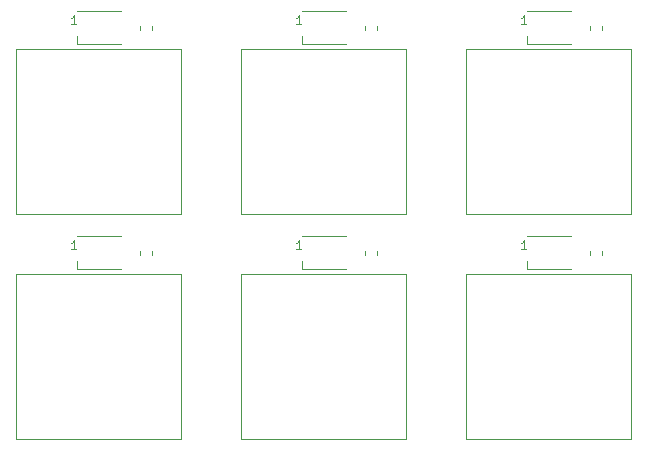
<source format=gto>
G04 #@! TF.GenerationSoftware,KiCad,Pcbnew,5.1.2-f72e74a~84~ubuntu18.04.1*
G04 #@! TF.CreationDate,2019-06-08T16:30:23+01:00*
G04 #@! TF.ProjectId,macro-kb,6d616372-6f2d-46b6-922e-6b696361645f,rev?*
G04 #@! TF.SameCoordinates,Original*
G04 #@! TF.FileFunction,Legend,Top*
G04 #@! TF.FilePolarity,Positive*
%FSLAX46Y46*%
G04 Gerber Fmt 4.6, Leading zero omitted, Abs format (unit mm)*
G04 Created by KiCad (PCBNEW 5.1.2-f72e74a~84~ubuntu18.04.1) date 2019-06-08 16:30:23*
%MOMM*%
%LPD*%
G04 APERTURE LIST*
%ADD10C,0.120000*%
%ADD11C,1.802000*%
%ADD12C,4.102000*%
%ADD13C,2.302000*%
%ADD14C,3.302000*%
%ADD15C,1.102000*%
%ADD16C,0.852000*%
%ADD17C,0.100000*%
%ADD18C,0.977000*%
%ADD19R,1.102000X0.702000*%
G04 APERTURE END LIST*
D10*
X140970000Y-83216750D02*
X140970000Y-97186750D01*
X127000000Y-83216750D02*
X140970000Y-83216750D01*
X127000000Y-97186750D02*
X127000000Y-83216750D01*
X140970000Y-97186750D02*
X127000000Y-97186750D01*
X121920000Y-97186750D02*
X107950000Y-97186750D01*
X107950000Y-97186750D02*
X107950000Y-83216750D01*
X107950000Y-83216750D02*
X121920000Y-83216750D01*
X121920000Y-83216750D02*
X121920000Y-97186750D01*
X160020000Y-97186750D02*
X146050000Y-97186750D01*
X146050000Y-97186750D02*
X146050000Y-83216750D01*
X146050000Y-83216750D02*
X160020000Y-83216750D01*
X160020000Y-83216750D02*
X160020000Y-97186750D01*
X121920000Y-102266750D02*
X121920000Y-116236750D01*
X107950000Y-102266750D02*
X121920000Y-102266750D01*
X107950000Y-116236750D02*
X107950000Y-102266750D01*
X121920000Y-116236750D02*
X107950000Y-116236750D01*
X140970000Y-116236750D02*
X127000000Y-116236750D01*
X127000000Y-116236750D02*
X127000000Y-102266750D01*
X127000000Y-102266750D02*
X140970000Y-102266750D01*
X140970000Y-102266750D02*
X140970000Y-116236750D01*
X160020000Y-102266750D02*
X160020000Y-116236750D01*
X146050000Y-102266750D02*
X160020000Y-102266750D01*
X146050000Y-116236750D02*
X146050000Y-102266750D01*
X160020000Y-116236750D02*
X146050000Y-116236750D01*
X118425500Y-81307721D02*
X118425500Y-81633279D01*
X119445500Y-81307721D02*
X119445500Y-81633279D01*
X138495500Y-81307721D02*
X138495500Y-81633279D01*
X137475500Y-81307721D02*
X137475500Y-81633279D01*
X157545500Y-81307721D02*
X157545500Y-81633279D01*
X156525500Y-81307721D02*
X156525500Y-81633279D01*
X118425500Y-100357721D02*
X118425500Y-100683279D01*
X119445500Y-100357721D02*
X119445500Y-100683279D01*
X138495500Y-100363971D02*
X138495500Y-100689529D01*
X137475500Y-100363971D02*
X137475500Y-100689529D01*
X156525500Y-100357721D02*
X156525500Y-100683279D01*
X157545500Y-100357721D02*
X157545500Y-100683279D01*
X113066750Y-82870500D02*
X113066750Y-82120500D01*
X113066750Y-82870500D02*
X116866750Y-82870500D01*
X113066750Y-80070500D02*
X116866750Y-80070500D01*
X132116750Y-82870500D02*
X132116750Y-82120500D01*
X132116750Y-82870500D02*
X135916750Y-82870500D01*
X132116750Y-80070500D02*
X135916750Y-80070500D01*
X151166750Y-80070500D02*
X154966750Y-80070500D01*
X151166750Y-82870500D02*
X154966750Y-82870500D01*
X151166750Y-82870500D02*
X151166750Y-82120500D01*
X113066750Y-99120500D02*
X116866750Y-99120500D01*
X113066750Y-101920500D02*
X116866750Y-101920500D01*
X113066750Y-101920500D02*
X113066750Y-101170500D01*
X132116750Y-101920500D02*
X132116750Y-101170500D01*
X132116750Y-101920500D02*
X135916750Y-101920500D01*
X132116750Y-99120500D02*
X135916750Y-99120500D01*
X151166750Y-99120500D02*
X154966750Y-99120500D01*
X151166750Y-101920500D02*
X154966750Y-101920500D01*
X151166750Y-101920500D02*
X151166750Y-101170500D01*
X113031035Y-81159785D02*
X112602464Y-81159785D01*
X112816750Y-81159785D02*
X112816750Y-80409785D01*
X112745321Y-80516928D01*
X112673892Y-80588357D01*
X112602464Y-80624071D01*
X132081035Y-81159785D02*
X131652464Y-81159785D01*
X131866750Y-81159785D02*
X131866750Y-80409785D01*
X131795321Y-80516928D01*
X131723892Y-80588357D01*
X131652464Y-80624071D01*
X151131035Y-81159785D02*
X150702464Y-81159785D01*
X150916750Y-81159785D02*
X150916750Y-80409785D01*
X150845321Y-80516928D01*
X150773892Y-80588357D01*
X150702464Y-80624071D01*
X113031035Y-100209785D02*
X112602464Y-100209785D01*
X112816750Y-100209785D02*
X112816750Y-99459785D01*
X112745321Y-99566928D01*
X112673892Y-99638357D01*
X112602464Y-99674071D01*
X132081035Y-100209785D02*
X131652464Y-100209785D01*
X131866750Y-100209785D02*
X131866750Y-99459785D01*
X131795321Y-99566928D01*
X131723892Y-99638357D01*
X131652464Y-99674071D01*
X151131035Y-100209785D02*
X150702464Y-100209785D01*
X150916750Y-100209785D02*
X150916750Y-99459785D01*
X150845321Y-99566928D01*
X150773892Y-99638357D01*
X150702464Y-99674071D01*
%LPC*%
D11*
X128905000Y-90201750D03*
X139065000Y-90201750D03*
D12*
X133985000Y-90201750D03*
D13*
X137795000Y-92741750D03*
X131445000Y-95281750D03*
D14*
X104648000Y-119570500D03*
X163385500Y-119570500D03*
X163385500Y-79883000D03*
X104648000Y-79883000D03*
D15*
X146345000Y-81184750D03*
X141945000Y-81184750D03*
D13*
X112395000Y-95281750D03*
X118745000Y-92741750D03*
D12*
X114935000Y-90201750D03*
D11*
X120015000Y-90201750D03*
X109855000Y-90201750D03*
D13*
X150495000Y-95281750D03*
X156845000Y-92741750D03*
D12*
X153035000Y-90201750D03*
D11*
X158115000Y-90201750D03*
X147955000Y-90201750D03*
X109855000Y-109251750D03*
X120015000Y-109251750D03*
D12*
X114935000Y-109251750D03*
D13*
X118745000Y-111791750D03*
X112395000Y-114331750D03*
X131445000Y-114331750D03*
X137795000Y-111791750D03*
D12*
X133985000Y-109251750D03*
D11*
X139065000Y-109251750D03*
X128905000Y-109251750D03*
X147955000Y-109251750D03*
X158115000Y-109251750D03*
D12*
X153035000Y-109251750D03*
D13*
X156845000Y-111791750D03*
X150495000Y-114331750D03*
D16*
X120523000Y-87608000D03*
X120523000Y-84858000D03*
D17*
G36*
X119241191Y-81770676D02*
G01*
X119264901Y-81774193D01*
X119288152Y-81780017D01*
X119310720Y-81788092D01*
X119332389Y-81798341D01*
X119352948Y-81810664D01*
X119372201Y-81824942D01*
X119389961Y-81841039D01*
X119406058Y-81858799D01*
X119420336Y-81878052D01*
X119432659Y-81898611D01*
X119442908Y-81920280D01*
X119450983Y-81942848D01*
X119456807Y-81966099D01*
X119460324Y-81989809D01*
X119461500Y-82013750D01*
X119461500Y-82502250D01*
X119460324Y-82526191D01*
X119456807Y-82549901D01*
X119450983Y-82573152D01*
X119442908Y-82595720D01*
X119432659Y-82617389D01*
X119420336Y-82637948D01*
X119406058Y-82657201D01*
X119389961Y-82674961D01*
X119372201Y-82691058D01*
X119352948Y-82705336D01*
X119332389Y-82717659D01*
X119310720Y-82727908D01*
X119288152Y-82735983D01*
X119264901Y-82741807D01*
X119241191Y-82745324D01*
X119217250Y-82746500D01*
X118653750Y-82746500D01*
X118629809Y-82745324D01*
X118606099Y-82741807D01*
X118582848Y-82735983D01*
X118560280Y-82727908D01*
X118538611Y-82717659D01*
X118518052Y-82705336D01*
X118498799Y-82691058D01*
X118481039Y-82674961D01*
X118464942Y-82657201D01*
X118450664Y-82637948D01*
X118438341Y-82617389D01*
X118428092Y-82595720D01*
X118420017Y-82573152D01*
X118414193Y-82549901D01*
X118410676Y-82526191D01*
X118409500Y-82502250D01*
X118409500Y-82013750D01*
X118410676Y-81989809D01*
X118414193Y-81966099D01*
X118420017Y-81942848D01*
X118428092Y-81920280D01*
X118438341Y-81898611D01*
X118450664Y-81878052D01*
X118464942Y-81858799D01*
X118481039Y-81841039D01*
X118498799Y-81824942D01*
X118518052Y-81810664D01*
X118538611Y-81798341D01*
X118560280Y-81788092D01*
X118582848Y-81780017D01*
X118606099Y-81774193D01*
X118629809Y-81770676D01*
X118653750Y-81769500D01*
X119217250Y-81769500D01*
X119241191Y-81770676D01*
X119241191Y-81770676D01*
G37*
D18*
X118935500Y-82258000D03*
D17*
G36*
X119241191Y-80195676D02*
G01*
X119264901Y-80199193D01*
X119288152Y-80205017D01*
X119310720Y-80213092D01*
X119332389Y-80223341D01*
X119352948Y-80235664D01*
X119372201Y-80249942D01*
X119389961Y-80266039D01*
X119406058Y-80283799D01*
X119420336Y-80303052D01*
X119432659Y-80323611D01*
X119442908Y-80345280D01*
X119450983Y-80367848D01*
X119456807Y-80391099D01*
X119460324Y-80414809D01*
X119461500Y-80438750D01*
X119461500Y-80927250D01*
X119460324Y-80951191D01*
X119456807Y-80974901D01*
X119450983Y-80998152D01*
X119442908Y-81020720D01*
X119432659Y-81042389D01*
X119420336Y-81062948D01*
X119406058Y-81082201D01*
X119389961Y-81099961D01*
X119372201Y-81116058D01*
X119352948Y-81130336D01*
X119332389Y-81142659D01*
X119310720Y-81152908D01*
X119288152Y-81160983D01*
X119264901Y-81166807D01*
X119241191Y-81170324D01*
X119217250Y-81171500D01*
X118653750Y-81171500D01*
X118629809Y-81170324D01*
X118606099Y-81166807D01*
X118582848Y-81160983D01*
X118560280Y-81152908D01*
X118538611Y-81142659D01*
X118518052Y-81130336D01*
X118498799Y-81116058D01*
X118481039Y-81099961D01*
X118464942Y-81082201D01*
X118450664Y-81062948D01*
X118438341Y-81042389D01*
X118428092Y-81020720D01*
X118420017Y-80998152D01*
X118414193Y-80974901D01*
X118410676Y-80951191D01*
X118409500Y-80927250D01*
X118409500Y-80438750D01*
X118410676Y-80414809D01*
X118414193Y-80391099D01*
X118420017Y-80367848D01*
X118428092Y-80345280D01*
X118438341Y-80323611D01*
X118450664Y-80303052D01*
X118464942Y-80283799D01*
X118481039Y-80266039D01*
X118498799Y-80249942D01*
X118518052Y-80235664D01*
X118538611Y-80223341D01*
X118560280Y-80213092D01*
X118582848Y-80205017D01*
X118606099Y-80199193D01*
X118629809Y-80195676D01*
X118653750Y-80194500D01*
X119217250Y-80194500D01*
X119241191Y-80195676D01*
X119241191Y-80195676D01*
G37*
D18*
X118935500Y-80683000D03*
D17*
G36*
X138291191Y-80195676D02*
G01*
X138314901Y-80199193D01*
X138338152Y-80205017D01*
X138360720Y-80213092D01*
X138382389Y-80223341D01*
X138402948Y-80235664D01*
X138422201Y-80249942D01*
X138439961Y-80266039D01*
X138456058Y-80283799D01*
X138470336Y-80303052D01*
X138482659Y-80323611D01*
X138492908Y-80345280D01*
X138500983Y-80367848D01*
X138506807Y-80391099D01*
X138510324Y-80414809D01*
X138511500Y-80438750D01*
X138511500Y-80927250D01*
X138510324Y-80951191D01*
X138506807Y-80974901D01*
X138500983Y-80998152D01*
X138492908Y-81020720D01*
X138482659Y-81042389D01*
X138470336Y-81062948D01*
X138456058Y-81082201D01*
X138439961Y-81099961D01*
X138422201Y-81116058D01*
X138402948Y-81130336D01*
X138382389Y-81142659D01*
X138360720Y-81152908D01*
X138338152Y-81160983D01*
X138314901Y-81166807D01*
X138291191Y-81170324D01*
X138267250Y-81171500D01*
X137703750Y-81171500D01*
X137679809Y-81170324D01*
X137656099Y-81166807D01*
X137632848Y-81160983D01*
X137610280Y-81152908D01*
X137588611Y-81142659D01*
X137568052Y-81130336D01*
X137548799Y-81116058D01*
X137531039Y-81099961D01*
X137514942Y-81082201D01*
X137500664Y-81062948D01*
X137488341Y-81042389D01*
X137478092Y-81020720D01*
X137470017Y-80998152D01*
X137464193Y-80974901D01*
X137460676Y-80951191D01*
X137459500Y-80927250D01*
X137459500Y-80438750D01*
X137460676Y-80414809D01*
X137464193Y-80391099D01*
X137470017Y-80367848D01*
X137478092Y-80345280D01*
X137488341Y-80323611D01*
X137500664Y-80303052D01*
X137514942Y-80283799D01*
X137531039Y-80266039D01*
X137548799Y-80249942D01*
X137568052Y-80235664D01*
X137588611Y-80223341D01*
X137610280Y-80213092D01*
X137632848Y-80205017D01*
X137656099Y-80199193D01*
X137679809Y-80195676D01*
X137703750Y-80194500D01*
X138267250Y-80194500D01*
X138291191Y-80195676D01*
X138291191Y-80195676D01*
G37*
D18*
X137985500Y-80683000D03*
D17*
G36*
X138291191Y-81770676D02*
G01*
X138314901Y-81774193D01*
X138338152Y-81780017D01*
X138360720Y-81788092D01*
X138382389Y-81798341D01*
X138402948Y-81810664D01*
X138422201Y-81824942D01*
X138439961Y-81841039D01*
X138456058Y-81858799D01*
X138470336Y-81878052D01*
X138482659Y-81898611D01*
X138492908Y-81920280D01*
X138500983Y-81942848D01*
X138506807Y-81966099D01*
X138510324Y-81989809D01*
X138511500Y-82013750D01*
X138511500Y-82502250D01*
X138510324Y-82526191D01*
X138506807Y-82549901D01*
X138500983Y-82573152D01*
X138492908Y-82595720D01*
X138482659Y-82617389D01*
X138470336Y-82637948D01*
X138456058Y-82657201D01*
X138439961Y-82674961D01*
X138422201Y-82691058D01*
X138402948Y-82705336D01*
X138382389Y-82717659D01*
X138360720Y-82727908D01*
X138338152Y-82735983D01*
X138314901Y-82741807D01*
X138291191Y-82745324D01*
X138267250Y-82746500D01*
X137703750Y-82746500D01*
X137679809Y-82745324D01*
X137656099Y-82741807D01*
X137632848Y-82735983D01*
X137610280Y-82727908D01*
X137588611Y-82717659D01*
X137568052Y-82705336D01*
X137548799Y-82691058D01*
X137531039Y-82674961D01*
X137514942Y-82657201D01*
X137500664Y-82637948D01*
X137488341Y-82617389D01*
X137478092Y-82595720D01*
X137470017Y-82573152D01*
X137464193Y-82549901D01*
X137460676Y-82526191D01*
X137459500Y-82502250D01*
X137459500Y-82013750D01*
X137460676Y-81989809D01*
X137464193Y-81966099D01*
X137470017Y-81942848D01*
X137478092Y-81920280D01*
X137488341Y-81898611D01*
X137500664Y-81878052D01*
X137514942Y-81858799D01*
X137531039Y-81841039D01*
X137548799Y-81824942D01*
X137568052Y-81810664D01*
X137588611Y-81798341D01*
X137610280Y-81788092D01*
X137632848Y-81780017D01*
X137656099Y-81774193D01*
X137679809Y-81770676D01*
X137703750Y-81769500D01*
X138267250Y-81769500D01*
X138291191Y-81770676D01*
X138291191Y-81770676D01*
G37*
D18*
X137985500Y-82258000D03*
D17*
G36*
X157341191Y-80195676D02*
G01*
X157364901Y-80199193D01*
X157388152Y-80205017D01*
X157410720Y-80213092D01*
X157432389Y-80223341D01*
X157452948Y-80235664D01*
X157472201Y-80249942D01*
X157489961Y-80266039D01*
X157506058Y-80283799D01*
X157520336Y-80303052D01*
X157532659Y-80323611D01*
X157542908Y-80345280D01*
X157550983Y-80367848D01*
X157556807Y-80391099D01*
X157560324Y-80414809D01*
X157561500Y-80438750D01*
X157561500Y-80927250D01*
X157560324Y-80951191D01*
X157556807Y-80974901D01*
X157550983Y-80998152D01*
X157542908Y-81020720D01*
X157532659Y-81042389D01*
X157520336Y-81062948D01*
X157506058Y-81082201D01*
X157489961Y-81099961D01*
X157472201Y-81116058D01*
X157452948Y-81130336D01*
X157432389Y-81142659D01*
X157410720Y-81152908D01*
X157388152Y-81160983D01*
X157364901Y-81166807D01*
X157341191Y-81170324D01*
X157317250Y-81171500D01*
X156753750Y-81171500D01*
X156729809Y-81170324D01*
X156706099Y-81166807D01*
X156682848Y-81160983D01*
X156660280Y-81152908D01*
X156638611Y-81142659D01*
X156618052Y-81130336D01*
X156598799Y-81116058D01*
X156581039Y-81099961D01*
X156564942Y-81082201D01*
X156550664Y-81062948D01*
X156538341Y-81042389D01*
X156528092Y-81020720D01*
X156520017Y-80998152D01*
X156514193Y-80974901D01*
X156510676Y-80951191D01*
X156509500Y-80927250D01*
X156509500Y-80438750D01*
X156510676Y-80414809D01*
X156514193Y-80391099D01*
X156520017Y-80367848D01*
X156528092Y-80345280D01*
X156538341Y-80323611D01*
X156550664Y-80303052D01*
X156564942Y-80283799D01*
X156581039Y-80266039D01*
X156598799Y-80249942D01*
X156618052Y-80235664D01*
X156638611Y-80223341D01*
X156660280Y-80213092D01*
X156682848Y-80205017D01*
X156706099Y-80199193D01*
X156729809Y-80195676D01*
X156753750Y-80194500D01*
X157317250Y-80194500D01*
X157341191Y-80195676D01*
X157341191Y-80195676D01*
G37*
D18*
X157035500Y-80683000D03*
D17*
G36*
X157341191Y-81770676D02*
G01*
X157364901Y-81774193D01*
X157388152Y-81780017D01*
X157410720Y-81788092D01*
X157432389Y-81798341D01*
X157452948Y-81810664D01*
X157472201Y-81824942D01*
X157489961Y-81841039D01*
X157506058Y-81858799D01*
X157520336Y-81878052D01*
X157532659Y-81898611D01*
X157542908Y-81920280D01*
X157550983Y-81942848D01*
X157556807Y-81966099D01*
X157560324Y-81989809D01*
X157561500Y-82013750D01*
X157561500Y-82502250D01*
X157560324Y-82526191D01*
X157556807Y-82549901D01*
X157550983Y-82573152D01*
X157542908Y-82595720D01*
X157532659Y-82617389D01*
X157520336Y-82637948D01*
X157506058Y-82657201D01*
X157489961Y-82674961D01*
X157472201Y-82691058D01*
X157452948Y-82705336D01*
X157432389Y-82717659D01*
X157410720Y-82727908D01*
X157388152Y-82735983D01*
X157364901Y-82741807D01*
X157341191Y-82745324D01*
X157317250Y-82746500D01*
X156753750Y-82746500D01*
X156729809Y-82745324D01*
X156706099Y-82741807D01*
X156682848Y-82735983D01*
X156660280Y-82727908D01*
X156638611Y-82717659D01*
X156618052Y-82705336D01*
X156598799Y-82691058D01*
X156581039Y-82674961D01*
X156564942Y-82657201D01*
X156550664Y-82637948D01*
X156538341Y-82617389D01*
X156528092Y-82595720D01*
X156520017Y-82573152D01*
X156514193Y-82549901D01*
X156510676Y-82526191D01*
X156509500Y-82502250D01*
X156509500Y-82013750D01*
X156510676Y-81989809D01*
X156514193Y-81966099D01*
X156520017Y-81942848D01*
X156528092Y-81920280D01*
X156538341Y-81898611D01*
X156550664Y-81878052D01*
X156564942Y-81858799D01*
X156581039Y-81841039D01*
X156598799Y-81824942D01*
X156618052Y-81810664D01*
X156638611Y-81798341D01*
X156660280Y-81788092D01*
X156682848Y-81780017D01*
X156706099Y-81774193D01*
X156729809Y-81770676D01*
X156753750Y-81769500D01*
X157317250Y-81769500D01*
X157341191Y-81770676D01*
X157341191Y-81770676D01*
G37*
D18*
X157035500Y-82258000D03*
D17*
G36*
X119241191Y-100820676D02*
G01*
X119264901Y-100824193D01*
X119288152Y-100830017D01*
X119310720Y-100838092D01*
X119332389Y-100848341D01*
X119352948Y-100860664D01*
X119372201Y-100874942D01*
X119389961Y-100891039D01*
X119406058Y-100908799D01*
X119420336Y-100928052D01*
X119432659Y-100948611D01*
X119442908Y-100970280D01*
X119450983Y-100992848D01*
X119456807Y-101016099D01*
X119460324Y-101039809D01*
X119461500Y-101063750D01*
X119461500Y-101552250D01*
X119460324Y-101576191D01*
X119456807Y-101599901D01*
X119450983Y-101623152D01*
X119442908Y-101645720D01*
X119432659Y-101667389D01*
X119420336Y-101687948D01*
X119406058Y-101707201D01*
X119389961Y-101724961D01*
X119372201Y-101741058D01*
X119352948Y-101755336D01*
X119332389Y-101767659D01*
X119310720Y-101777908D01*
X119288152Y-101785983D01*
X119264901Y-101791807D01*
X119241191Y-101795324D01*
X119217250Y-101796500D01*
X118653750Y-101796500D01*
X118629809Y-101795324D01*
X118606099Y-101791807D01*
X118582848Y-101785983D01*
X118560280Y-101777908D01*
X118538611Y-101767659D01*
X118518052Y-101755336D01*
X118498799Y-101741058D01*
X118481039Y-101724961D01*
X118464942Y-101707201D01*
X118450664Y-101687948D01*
X118438341Y-101667389D01*
X118428092Y-101645720D01*
X118420017Y-101623152D01*
X118414193Y-101599901D01*
X118410676Y-101576191D01*
X118409500Y-101552250D01*
X118409500Y-101063750D01*
X118410676Y-101039809D01*
X118414193Y-101016099D01*
X118420017Y-100992848D01*
X118428092Y-100970280D01*
X118438341Y-100948611D01*
X118450664Y-100928052D01*
X118464942Y-100908799D01*
X118481039Y-100891039D01*
X118498799Y-100874942D01*
X118518052Y-100860664D01*
X118538611Y-100848341D01*
X118560280Y-100838092D01*
X118582848Y-100830017D01*
X118606099Y-100824193D01*
X118629809Y-100820676D01*
X118653750Y-100819500D01*
X119217250Y-100819500D01*
X119241191Y-100820676D01*
X119241191Y-100820676D01*
G37*
D18*
X118935500Y-101308000D03*
D17*
G36*
X119241191Y-99245676D02*
G01*
X119264901Y-99249193D01*
X119288152Y-99255017D01*
X119310720Y-99263092D01*
X119332389Y-99273341D01*
X119352948Y-99285664D01*
X119372201Y-99299942D01*
X119389961Y-99316039D01*
X119406058Y-99333799D01*
X119420336Y-99353052D01*
X119432659Y-99373611D01*
X119442908Y-99395280D01*
X119450983Y-99417848D01*
X119456807Y-99441099D01*
X119460324Y-99464809D01*
X119461500Y-99488750D01*
X119461500Y-99977250D01*
X119460324Y-100001191D01*
X119456807Y-100024901D01*
X119450983Y-100048152D01*
X119442908Y-100070720D01*
X119432659Y-100092389D01*
X119420336Y-100112948D01*
X119406058Y-100132201D01*
X119389961Y-100149961D01*
X119372201Y-100166058D01*
X119352948Y-100180336D01*
X119332389Y-100192659D01*
X119310720Y-100202908D01*
X119288152Y-100210983D01*
X119264901Y-100216807D01*
X119241191Y-100220324D01*
X119217250Y-100221500D01*
X118653750Y-100221500D01*
X118629809Y-100220324D01*
X118606099Y-100216807D01*
X118582848Y-100210983D01*
X118560280Y-100202908D01*
X118538611Y-100192659D01*
X118518052Y-100180336D01*
X118498799Y-100166058D01*
X118481039Y-100149961D01*
X118464942Y-100132201D01*
X118450664Y-100112948D01*
X118438341Y-100092389D01*
X118428092Y-100070720D01*
X118420017Y-100048152D01*
X118414193Y-100024901D01*
X118410676Y-100001191D01*
X118409500Y-99977250D01*
X118409500Y-99488750D01*
X118410676Y-99464809D01*
X118414193Y-99441099D01*
X118420017Y-99417848D01*
X118428092Y-99395280D01*
X118438341Y-99373611D01*
X118450664Y-99353052D01*
X118464942Y-99333799D01*
X118481039Y-99316039D01*
X118498799Y-99299942D01*
X118518052Y-99285664D01*
X118538611Y-99273341D01*
X118560280Y-99263092D01*
X118582848Y-99255017D01*
X118606099Y-99249193D01*
X118629809Y-99245676D01*
X118653750Y-99244500D01*
X119217250Y-99244500D01*
X119241191Y-99245676D01*
X119241191Y-99245676D01*
G37*
D18*
X118935500Y-99733000D03*
D17*
G36*
X138291191Y-99251926D02*
G01*
X138314901Y-99255443D01*
X138338152Y-99261267D01*
X138360720Y-99269342D01*
X138382389Y-99279591D01*
X138402948Y-99291914D01*
X138422201Y-99306192D01*
X138439961Y-99322289D01*
X138456058Y-99340049D01*
X138470336Y-99359302D01*
X138482659Y-99379861D01*
X138492908Y-99401530D01*
X138500983Y-99424098D01*
X138506807Y-99447349D01*
X138510324Y-99471059D01*
X138511500Y-99495000D01*
X138511500Y-99983500D01*
X138510324Y-100007441D01*
X138506807Y-100031151D01*
X138500983Y-100054402D01*
X138492908Y-100076970D01*
X138482659Y-100098639D01*
X138470336Y-100119198D01*
X138456058Y-100138451D01*
X138439961Y-100156211D01*
X138422201Y-100172308D01*
X138402948Y-100186586D01*
X138382389Y-100198909D01*
X138360720Y-100209158D01*
X138338152Y-100217233D01*
X138314901Y-100223057D01*
X138291191Y-100226574D01*
X138267250Y-100227750D01*
X137703750Y-100227750D01*
X137679809Y-100226574D01*
X137656099Y-100223057D01*
X137632848Y-100217233D01*
X137610280Y-100209158D01*
X137588611Y-100198909D01*
X137568052Y-100186586D01*
X137548799Y-100172308D01*
X137531039Y-100156211D01*
X137514942Y-100138451D01*
X137500664Y-100119198D01*
X137488341Y-100098639D01*
X137478092Y-100076970D01*
X137470017Y-100054402D01*
X137464193Y-100031151D01*
X137460676Y-100007441D01*
X137459500Y-99983500D01*
X137459500Y-99495000D01*
X137460676Y-99471059D01*
X137464193Y-99447349D01*
X137470017Y-99424098D01*
X137478092Y-99401530D01*
X137488341Y-99379861D01*
X137500664Y-99359302D01*
X137514942Y-99340049D01*
X137531039Y-99322289D01*
X137548799Y-99306192D01*
X137568052Y-99291914D01*
X137588611Y-99279591D01*
X137610280Y-99269342D01*
X137632848Y-99261267D01*
X137656099Y-99255443D01*
X137679809Y-99251926D01*
X137703750Y-99250750D01*
X138267250Y-99250750D01*
X138291191Y-99251926D01*
X138291191Y-99251926D01*
G37*
D18*
X137985500Y-99739250D03*
D17*
G36*
X138291191Y-100826926D02*
G01*
X138314901Y-100830443D01*
X138338152Y-100836267D01*
X138360720Y-100844342D01*
X138382389Y-100854591D01*
X138402948Y-100866914D01*
X138422201Y-100881192D01*
X138439961Y-100897289D01*
X138456058Y-100915049D01*
X138470336Y-100934302D01*
X138482659Y-100954861D01*
X138492908Y-100976530D01*
X138500983Y-100999098D01*
X138506807Y-101022349D01*
X138510324Y-101046059D01*
X138511500Y-101070000D01*
X138511500Y-101558500D01*
X138510324Y-101582441D01*
X138506807Y-101606151D01*
X138500983Y-101629402D01*
X138492908Y-101651970D01*
X138482659Y-101673639D01*
X138470336Y-101694198D01*
X138456058Y-101713451D01*
X138439961Y-101731211D01*
X138422201Y-101747308D01*
X138402948Y-101761586D01*
X138382389Y-101773909D01*
X138360720Y-101784158D01*
X138338152Y-101792233D01*
X138314901Y-101798057D01*
X138291191Y-101801574D01*
X138267250Y-101802750D01*
X137703750Y-101802750D01*
X137679809Y-101801574D01*
X137656099Y-101798057D01*
X137632848Y-101792233D01*
X137610280Y-101784158D01*
X137588611Y-101773909D01*
X137568052Y-101761586D01*
X137548799Y-101747308D01*
X137531039Y-101731211D01*
X137514942Y-101713451D01*
X137500664Y-101694198D01*
X137488341Y-101673639D01*
X137478092Y-101651970D01*
X137470017Y-101629402D01*
X137464193Y-101606151D01*
X137460676Y-101582441D01*
X137459500Y-101558500D01*
X137459500Y-101070000D01*
X137460676Y-101046059D01*
X137464193Y-101022349D01*
X137470017Y-100999098D01*
X137478092Y-100976530D01*
X137488341Y-100954861D01*
X137500664Y-100934302D01*
X137514942Y-100915049D01*
X137531039Y-100897289D01*
X137548799Y-100881192D01*
X137568052Y-100866914D01*
X137588611Y-100854591D01*
X137610280Y-100844342D01*
X137632848Y-100836267D01*
X137656099Y-100830443D01*
X137679809Y-100826926D01*
X137703750Y-100825750D01*
X138267250Y-100825750D01*
X138291191Y-100826926D01*
X138291191Y-100826926D01*
G37*
D18*
X137985500Y-101314250D03*
D17*
G36*
X157341191Y-100820676D02*
G01*
X157364901Y-100824193D01*
X157388152Y-100830017D01*
X157410720Y-100838092D01*
X157432389Y-100848341D01*
X157452948Y-100860664D01*
X157472201Y-100874942D01*
X157489961Y-100891039D01*
X157506058Y-100908799D01*
X157520336Y-100928052D01*
X157532659Y-100948611D01*
X157542908Y-100970280D01*
X157550983Y-100992848D01*
X157556807Y-101016099D01*
X157560324Y-101039809D01*
X157561500Y-101063750D01*
X157561500Y-101552250D01*
X157560324Y-101576191D01*
X157556807Y-101599901D01*
X157550983Y-101623152D01*
X157542908Y-101645720D01*
X157532659Y-101667389D01*
X157520336Y-101687948D01*
X157506058Y-101707201D01*
X157489961Y-101724961D01*
X157472201Y-101741058D01*
X157452948Y-101755336D01*
X157432389Y-101767659D01*
X157410720Y-101777908D01*
X157388152Y-101785983D01*
X157364901Y-101791807D01*
X157341191Y-101795324D01*
X157317250Y-101796500D01*
X156753750Y-101796500D01*
X156729809Y-101795324D01*
X156706099Y-101791807D01*
X156682848Y-101785983D01*
X156660280Y-101777908D01*
X156638611Y-101767659D01*
X156618052Y-101755336D01*
X156598799Y-101741058D01*
X156581039Y-101724961D01*
X156564942Y-101707201D01*
X156550664Y-101687948D01*
X156538341Y-101667389D01*
X156528092Y-101645720D01*
X156520017Y-101623152D01*
X156514193Y-101599901D01*
X156510676Y-101576191D01*
X156509500Y-101552250D01*
X156509500Y-101063750D01*
X156510676Y-101039809D01*
X156514193Y-101016099D01*
X156520017Y-100992848D01*
X156528092Y-100970280D01*
X156538341Y-100948611D01*
X156550664Y-100928052D01*
X156564942Y-100908799D01*
X156581039Y-100891039D01*
X156598799Y-100874942D01*
X156618052Y-100860664D01*
X156638611Y-100848341D01*
X156660280Y-100838092D01*
X156682848Y-100830017D01*
X156706099Y-100824193D01*
X156729809Y-100820676D01*
X156753750Y-100819500D01*
X157317250Y-100819500D01*
X157341191Y-100820676D01*
X157341191Y-100820676D01*
G37*
D18*
X157035500Y-101308000D03*
D17*
G36*
X157341191Y-99245676D02*
G01*
X157364901Y-99249193D01*
X157388152Y-99255017D01*
X157410720Y-99263092D01*
X157432389Y-99273341D01*
X157452948Y-99285664D01*
X157472201Y-99299942D01*
X157489961Y-99316039D01*
X157506058Y-99333799D01*
X157520336Y-99353052D01*
X157532659Y-99373611D01*
X157542908Y-99395280D01*
X157550983Y-99417848D01*
X157556807Y-99441099D01*
X157560324Y-99464809D01*
X157561500Y-99488750D01*
X157561500Y-99977250D01*
X157560324Y-100001191D01*
X157556807Y-100024901D01*
X157550983Y-100048152D01*
X157542908Y-100070720D01*
X157532659Y-100092389D01*
X157520336Y-100112948D01*
X157506058Y-100132201D01*
X157489961Y-100149961D01*
X157472201Y-100166058D01*
X157452948Y-100180336D01*
X157432389Y-100192659D01*
X157410720Y-100202908D01*
X157388152Y-100210983D01*
X157364901Y-100216807D01*
X157341191Y-100220324D01*
X157317250Y-100221500D01*
X156753750Y-100221500D01*
X156729809Y-100220324D01*
X156706099Y-100216807D01*
X156682848Y-100210983D01*
X156660280Y-100202908D01*
X156638611Y-100192659D01*
X156618052Y-100180336D01*
X156598799Y-100166058D01*
X156581039Y-100149961D01*
X156564942Y-100132201D01*
X156550664Y-100112948D01*
X156538341Y-100092389D01*
X156528092Y-100070720D01*
X156520017Y-100048152D01*
X156514193Y-100024901D01*
X156510676Y-100001191D01*
X156509500Y-99977250D01*
X156509500Y-99488750D01*
X156510676Y-99464809D01*
X156514193Y-99441099D01*
X156520017Y-99417848D01*
X156528092Y-99395280D01*
X156538341Y-99373611D01*
X156550664Y-99353052D01*
X156564942Y-99333799D01*
X156581039Y-99316039D01*
X156598799Y-99299942D01*
X156618052Y-99285664D01*
X156638611Y-99273341D01*
X156660280Y-99263092D01*
X156682848Y-99255017D01*
X156706099Y-99249193D01*
X156729809Y-99245676D01*
X156753750Y-99244500D01*
X157317250Y-99244500D01*
X157341191Y-99245676D01*
X157341191Y-99245676D01*
G37*
D18*
X157035500Y-99733000D03*
D19*
X113966750Y-80820500D03*
X113966750Y-82120500D03*
X115966750Y-80820500D03*
X115966750Y-82120500D03*
X133016750Y-80820500D03*
X133016750Y-82120500D03*
X135016750Y-80820500D03*
X135016750Y-82120500D03*
X154066750Y-82120500D03*
X154066750Y-80820500D03*
X152066750Y-82120500D03*
X152066750Y-80820500D03*
X115966750Y-101170500D03*
X115966750Y-99870500D03*
X113966750Y-101170500D03*
X113966750Y-99870500D03*
X133016750Y-99870500D03*
X133016750Y-101170500D03*
X135016750Y-99870500D03*
X135016750Y-101170500D03*
X154066750Y-101170500D03*
X154066750Y-99870500D03*
X152066750Y-101170500D03*
X152066750Y-99870500D03*
M02*

</source>
